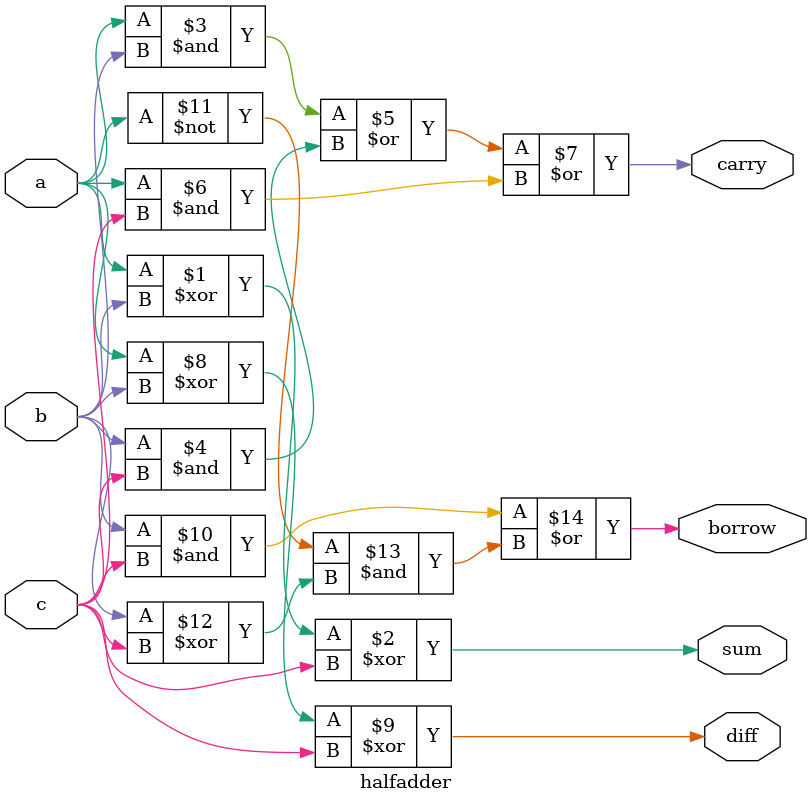
<source format=v>
module halfadder(
    input a, b, c,
    output sum, carry, diff, borrow
);
    assign sum = a ^ b ^ c;
    assign carry = (a & b) | (b & c) | (a & c);
	 assign diff = a ^ b ^ c;
    assign borrow=(b&c)|(~a&(b^c));
endmodule
</source>
